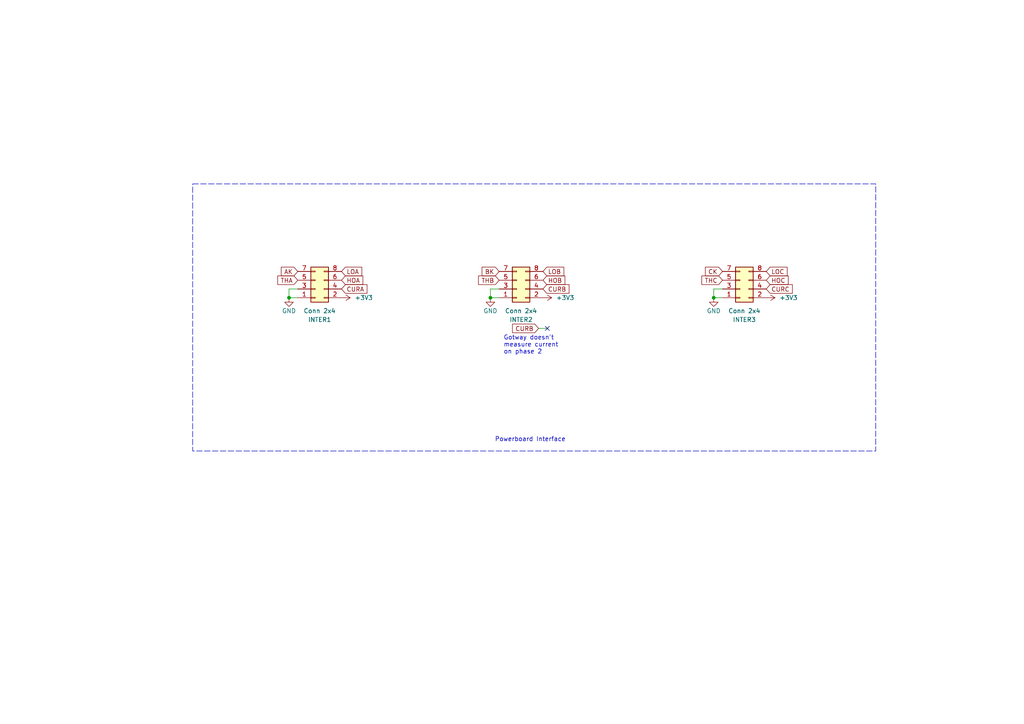
<source format=kicad_sch>
(kicad_sch (version 20231120) (generator "eeschema") (generator_version "8.0")
  (paper "A4")
  (title_block (title "RedShift-117.6-LogicBoard-F103") (date "08.12.2023") (rev "0.1"))
  (lib_symbols
    (symbol "Connector_Generic:Conn_02x04_Odd_Even" (pin_names (offset 1.016) hide)
      (property "Reference" "J" (at 1.27 5.08 0))
      (property "Value" "Conn_02x04_Odd_Even" (at 1.27 -7.62 0))
      (symbol "Conn_02x04_Odd_Even_1_1"
        (rectangle (start -1.27 -4.953) (end 0 -5.207) (stroke (width 0.1524)))
        (rectangle (start -1.27 -2.413) (end 0 -2.667) (stroke (width 0.1524)))
        (rectangle (start -1.27 0.127) (end 0 -0.127) (stroke (width 0.1524)))
        (rectangle (start -1.27 2.667) (end 0 2.413) (stroke (width 0.1524)))
        (rectangle (start -1.27 3.81) (end 3.81 -6.35) (stroke (width 0.254)) (fill (type background)))
        (rectangle (start 3.81 -4.953) (end 2.54 -5.207) (stroke (width 0.1524)))
        (rectangle (start 3.81 -2.413) (end 2.54 -2.667) (stroke (width 0.1524)))
        (rectangle (start 3.81 0.127) (end 2.54 -0.127) (stroke (width 0.1524)))
        (rectangle (start 3.81 2.667) (end 2.54 2.413) (stroke (width 0.1524)))
        (pin passive line (at -5.08 2.54 0) (length 3.81) (name "Pin_1") (number "1"))
        (pin passive line (at 7.62 2.54 180) (length 3.81) (name "Pin_2") (number "2"))
        (pin passive line (at -5.08 0 0) (length 3.81) (name "Pin_3") (number "3"))
        (pin passive line (at 7.62 0 180) (length 3.81) (name "Pin_4") (number "4"))
        (pin passive line (at -5.08 -2.54 0) (length 3.81) (name "Pin_5") (number "5"))
        (pin passive line (at 7.62 -2.54 180) (length 3.81) (name "Pin_6") (number "6"))
        (pin passive line (at -5.08 -5.08 0) (length 3.81) (name "Pin_7") (number "7"))
        (pin passive line (at 7.62 -5.08 180) (length 3.81) (name "Pin_8") (number "8"))
      )
    )
    (symbol "PCM_4ms_Power-symbol:GND" (power) (pin_names (offset 0))
      (property "Value" "GND" (at 0 -3.81 0))
      (symbol "GND_0_1"
        (polyline (pts (xy 0 0) (xy 0 -1.27) (xy 1.27 -1.27) (xy 0 -2.54) (xy -1.27 -1.27) (xy 0 -1.27)))
      )
      (symbol "GND_1_1"
        (pin power_in line (at 0 0 270) (length 0) hide (name "GND") (number "1"))
      )
    )
    (symbol "power:+3V3" (power) (pin_names (offset 0))
      (property "Value" "+3V3" (at 0 3.556 0))
      (symbol "+3V3_0_1"
        (polyline (pts (xy -0.762 1.27) (xy 0 2.54)))
        (polyline (pts (xy 0 0) (xy 0 2.54)))
        (polyline (pts (xy 0 2.54) (xy 0.762 1.27)))
      )
      (symbol "+3V3_1_1"
        (pin power_in line (at 0 0 90) (length 0) hide (name "+3V3") (number "1"))
      )
    )
  )
  (junction (at 142.24 86.36))
  (junction (at 83.82 86.36))
  (junction (at 207.01 86.36))
  (no_connect (at 158.75 95.25))
  (wire (pts (xy 142.24 83.82) (xy 144.78 83.82)))
  (wire (pts (xy 142.24 86.36) (xy 144.78 86.36)))
  (wire (pts (xy 207.01 83.82) (xy 209.55 83.82)))
  (wire (pts (xy 207.01 86.36) (xy 207.01 83.82)))
  (wire (pts (xy 83.82 86.36) (xy 86.36 86.36)))
  (wire (pts (xy 207.01 86.36) (xy 209.55 86.36)))
  (wire (pts (xy 83.82 83.82) (xy 86.36 83.82)))
  (wire (pts (xy 83.82 86.36) (xy 83.82 83.82)))
  (wire (pts (xy 156.21 95.25) (xy 158.75 95.25)))
  (wire (pts (xy 142.24 86.36) (xy 142.24 83.82)))
  (rectangle (start 55.88 53.34) (end 254 130.81) (stroke (width 0) (type dash)))
  (text "Gotway doesn't\nmeasure current\non phase 2" (at 146.05 102.87 0) (effects (font (size 1.27 1.27)) (justify left bottom)))
  (text "Powerboard Interface" (at 143.51 128.27 0) (effects (font (size 1.27 1.27)) (justify left bottom)))
  (global_label "BK" (shape input) (at 144.78 78.74 180) (property "Intersheetrefs" "${INTERSHEET_REFS}" (effects (hide yes))))
  (global_label "CURB" (shape input) (at 156.21 95.25 180) (property "Intersheetrefs" "${INTERSHEET_REFS}" (effects (hide yes))))
  (global_label "LOB" (shape input) (at 157.48 78.74 0) (property "Intersheetrefs" "${INTERSHEET_REFS}" (effects (hide yes))))
  (global_label "THA" (shape input) (at 86.36 81.28 180) (property "Intersheetrefs" "${INTERSHEET_REFS}" (effects (hide yes))))
  (global_label "LOA" (shape input) (at 99.06 78.74 0) (property "Intersheetrefs" "${INTERSHEET_REFS}" (effects (hide yes))))
  (global_label "THB" (shape input) (at 144.78 81.28 180) (property "Intersheetrefs" "${INTERSHEET_REFS}" (effects (hide yes))))
  (global_label "CK" (shape input) (at 209.55 78.74 180) (property "Intersheetrefs" "${INTERSHEET_REFS}" (effects (hide yes))))
  (global_label "AK" (shape input) (at 86.36 78.74 180) (property "Intersheetrefs" "${INTERSHEET_REFS}" (effects (hide yes))))
  (global_label "THC" (shape input) (at 209.55 81.28 180) (property "Intersheetrefs" "${INTERSHEET_REFS}" (effects (hide yes))))
  (global_label "HOA" (shape input) (at 99.06 81.28 0) (property "Intersheetrefs" "${INTERSHEET_REFS}" (effects (hide yes))))
  (global_label "CURA" (shape input) (at 99.06 83.82 0) (property "Intersheetrefs" "${INTERSHEET_REFS}" (effects (hide yes))))
  (global_label "HOB" (shape input) (at 157.48 81.28 0) (property "Intersheetrefs" "${INTERSHEET_REFS}" (effects (hide yes))))
  (global_label "LOC" (shape input) (at 222.25 78.74 0) (property "Intersheetrefs" "${INTERSHEET_REFS}" (effects (hide yes))))
  (global_label "CURC" (shape input) (at 222.25 83.82 0) (property "Intersheetrefs" "${INTERSHEET_REFS}" (effects (hide yes))))
  (global_label "CURB" (shape input) (at 157.48 83.82 0) (property "Intersheetrefs" "${INTERSHEET_REFS}" (effects (hide yes))))
  (global_label "HOC" (shape input) (at 222.25 81.28 0) (property "Intersheetrefs" "${INTERSHEET_REFS}" (effects (hide yes))))
  (symbol (lib_id "Connector_Generic:Conn_02x04_Odd_Even") (at 214.63 83.82 0) (mirror x) (unit 1)
    (property "Reference" "INTER3" (at 215.9 92.71 0))
    (property "Value" "Conn 2x4" (at 215.9 90.17 0))
    (property "Footprint" "Connector_PinHeader_2.54mm:PinHeader_2x04_P2.54mm_Vertical" (effects (hide yes)))
  )
  (symbol (lib_id "PCM_4ms_Power-symbol:GND") (at 142.24 86.36 0) (unit 1)
    (property "Reference" "#PWR0101" (effects (hide yes)))
    (property "Value" "GND" (at 142.24 90.17 0))
  )
  (symbol (lib_id "Connector_Generic:Conn_02x04_Odd_Even") (at 91.44 83.82 0) (mirror x) (unit 1)
    (property "Reference" "INTER1" (at 92.71 92.71 0))
    (property "Value" "Conn 2x4" (at 92.71 90.17 0))
    (property "Footprint" "Connector_PinHeader_2.54mm:PinHeader_2x04_P2.54mm_Vertical" (effects (hide yes)))
  )
  (symbol (lib_id "power:+3V3") (at 99.06 86.36 270) (unit 1)
    (property "Reference" "#PWR0110" (effects (hide yes)))
    (property "Value" "+3V3" (at 102.87 86.36 90) (effects (justify left)))
  )
  (symbol (lib_id "power:+3V3") (at 157.48 86.36 270) (unit 1)
    (property "Reference" "#PWR0103" (effects (hide yes)))
    (property "Value" "+3V3" (at 161.29 86.36 90) (effects (justify left)))
  )
  (symbol (lib_id "PCM_4ms_Power-symbol:GND") (at 83.82 86.36 0) (unit 1)
    (property "Reference" "#PWR0111" (effects (hide yes)))
    (property "Value" "GND" (at 83.82 90.17 0))
  )
  (symbol (lib_id "Connector_Generic:Conn_02x04_Odd_Even") (at 149.86 83.82 0) (mirror x) (unit 1)
    (property "Reference" "INTER2" (at 151.13 92.71 0))
    (property "Value" "Conn 2x4" (at 151.13 90.17 0))
    (property "Footprint" "Connector_PinHeader_2.54mm:PinHeader_2x04_P2.54mm_Vertical" (effects (hide yes)))
  )
  (symbol (lib_id "power:+3V3") (at 222.25 86.36 270) (unit 1)
    (property "Reference" "#PWR0104" (effects (hide yes)))
    (property "Value" "+3V3" (at 226.06 86.36 90) (effects (justify left)))
  )
  (symbol (lib_id "PCM_4ms_Power-symbol:GND") (at 207.01 86.36 0) (unit 1)
    (property "Reference" "#PWR0102" (effects (hide yes)))
    (property "Value" "GND" (at 207.01 90.17 0))
  )
)
</source>
